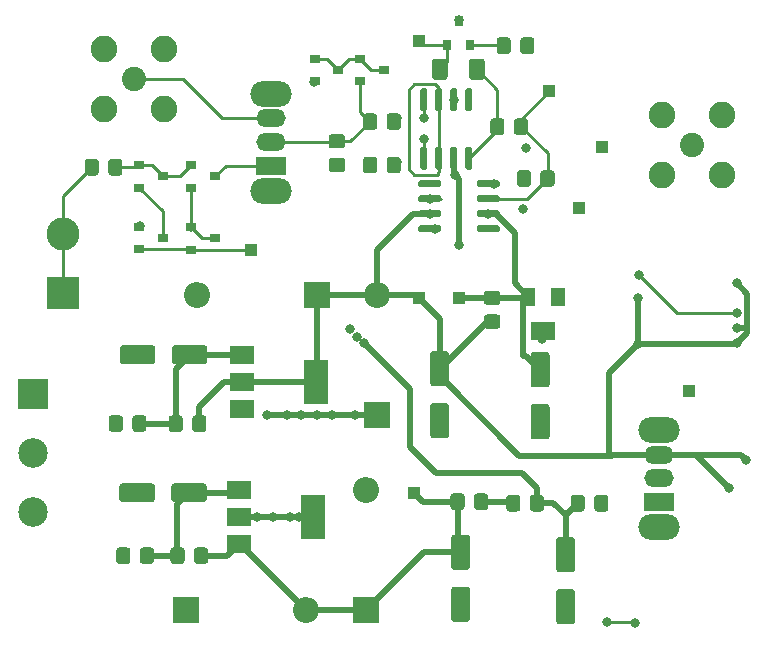
<source format=gbr>
%TF.GenerationSoftware,KiCad,Pcbnew,(5.1.8-0-10_14)*%
%TF.CreationDate,2022-02-24T11:51:05-06:00*%
%TF.ProjectId,SAQ_KiCad_alpha,5341515f-4b69-4436-9164-5f616c706861,rev?*%
%TF.SameCoordinates,Original*%
%TF.FileFunction,Copper,L1,Top*%
%TF.FilePolarity,Positive*%
%FSLAX46Y46*%
G04 Gerber Fmt 4.6, Leading zero omitted, Abs format (unit mm)*
G04 Created by KiCad (PCBNEW (5.1.8-0-10_14)) date 2022-02-24 11:51:05*
%MOMM*%
%LPD*%
G01*
G04 APERTURE LIST*
%TA.AperFunction,ComponentPad*%
%ADD10R,1.000000X1.000000*%
%TD*%
%TA.AperFunction,ComponentPad*%
%ADD11C,2.250000*%
%TD*%
%TA.AperFunction,ComponentPad*%
%ADD12C,2.050000*%
%TD*%
%TA.AperFunction,SMDPad,CuDef*%
%ADD13R,2.000000X1.500000*%
%TD*%
%TA.AperFunction,SMDPad,CuDef*%
%ADD14R,2.000000X3.800000*%
%TD*%
%TA.AperFunction,ComponentPad*%
%ADD15O,3.500000X2.200000*%
%TD*%
%TA.AperFunction,ComponentPad*%
%ADD16O,2.500000X1.500000*%
%TD*%
%TA.AperFunction,ComponentPad*%
%ADD17R,2.500000X1.500000*%
%TD*%
%TA.AperFunction,SMDPad,CuDef*%
%ADD18R,1.300000X1.600000*%
%TD*%
%TA.AperFunction,SMDPad,CuDef*%
%ADD19R,2.000000X1.600000*%
%TD*%
%TA.AperFunction,SMDPad,CuDef*%
%ADD20R,0.800000X0.900000*%
%TD*%
%TA.AperFunction,SMDPad,CuDef*%
%ADD21R,0.900000X0.800000*%
%TD*%
%TA.AperFunction,ComponentPad*%
%ADD22C,2.500000*%
%TD*%
%TA.AperFunction,ComponentPad*%
%ADD23R,2.500000X2.500000*%
%TD*%
%TA.AperFunction,ComponentPad*%
%ADD24C,2.800000*%
%TD*%
%TA.AperFunction,ComponentPad*%
%ADD25R,2.800000X2.800000*%
%TD*%
%TA.AperFunction,ComponentPad*%
%ADD26O,2.200000X2.200000*%
%TD*%
%TA.AperFunction,ComponentPad*%
%ADD27R,2.200000X2.200000*%
%TD*%
%TA.AperFunction,ViaPad*%
%ADD28C,0.800000*%
%TD*%
%TA.AperFunction,Conductor*%
%ADD29C,0.250000*%
%TD*%
%TA.AperFunction,Conductor*%
%ADD30C,0.500000*%
%TD*%
G04 APERTURE END LIST*
D10*
%TO.P,TP5,1*%
%TO.N,CLK*%
X164719000Y-47815500D03*
%TD*%
D11*
%TO.P,J4,2*%
%TO.N,GND*%
X162369500Y-29527500D03*
X162369500Y-24447500D03*
X167449500Y-24447500D03*
X167449500Y-29527500D03*
D12*
%TO.P,J4,1*%
%TO.N,Net-(J4-Pad1)*%
X164909500Y-26987500D03*
%TD*%
D11*
%TO.P,J3,2*%
%TO.N,GND*%
X115189000Y-24003000D03*
X115189000Y-18923000D03*
X120269000Y-18923000D03*
X120269000Y-24003000D03*
D12*
%TO.P,J3,1*%
%TO.N,Net-(J3-Pad1)*%
X117729000Y-21463000D03*
%TD*%
%TO.P,U4,8*%
%TO.N,GND*%
%TA.AperFunction,SMDPad,CuDef*%
G36*
G01*
X143726000Y-33949500D02*
X143726000Y-34249500D01*
G75*
G02*
X143576000Y-34399500I-150000J0D01*
G01*
X141926000Y-34399500D01*
G75*
G02*
X141776000Y-34249500I0J150000D01*
G01*
X141776000Y-33949500D01*
G75*
G02*
X141926000Y-33799500I150000J0D01*
G01*
X143576000Y-33799500D01*
G75*
G02*
X143726000Y-33949500I0J-150000D01*
G01*
G37*
%TD.AperFunction*%
%TO.P,U4,7*%
%TO.N,+3V3*%
%TA.AperFunction,SMDPad,CuDef*%
G36*
G01*
X143726000Y-32679500D02*
X143726000Y-32979500D01*
G75*
G02*
X143576000Y-33129500I-150000J0D01*
G01*
X141926000Y-33129500D01*
G75*
G02*
X141776000Y-32979500I0J150000D01*
G01*
X141776000Y-32679500D01*
G75*
G02*
X141926000Y-32529500I150000J0D01*
G01*
X143576000Y-32529500D01*
G75*
G02*
X143726000Y-32679500I0J-150000D01*
G01*
G37*
%TD.AperFunction*%
%TO.P,U4,6*%
%TO.N,Net-(R16-Pad2)*%
%TA.AperFunction,SMDPad,CuDef*%
G36*
G01*
X143726000Y-31409500D02*
X143726000Y-31709500D01*
G75*
G02*
X143576000Y-31859500I-150000J0D01*
G01*
X141926000Y-31859500D01*
G75*
G02*
X141776000Y-31709500I0J150000D01*
G01*
X141776000Y-31409500D01*
G75*
G02*
X141926000Y-31259500I150000J0D01*
G01*
X143576000Y-31259500D01*
G75*
G02*
X143726000Y-31409500I0J-150000D01*
G01*
G37*
%TD.AperFunction*%
%TO.P,U4,5*%
%TO.N,N/C*%
%TA.AperFunction,SMDPad,CuDef*%
G36*
G01*
X143726000Y-30139500D02*
X143726000Y-30439500D01*
G75*
G02*
X143576000Y-30589500I-150000J0D01*
G01*
X141926000Y-30589500D01*
G75*
G02*
X141776000Y-30439500I0J150000D01*
G01*
X141776000Y-30139500D01*
G75*
G02*
X141926000Y-29989500I150000J0D01*
G01*
X143576000Y-29989500D01*
G75*
G02*
X143726000Y-30139500I0J-150000D01*
G01*
G37*
%TD.AperFunction*%
%TO.P,U4,4*%
%TO.N,GND*%
%TA.AperFunction,SMDPad,CuDef*%
G36*
G01*
X148676000Y-30139500D02*
X148676000Y-30439500D01*
G75*
G02*
X148526000Y-30589500I-150000J0D01*
G01*
X146876000Y-30589500D01*
G75*
G02*
X146726000Y-30439500I0J150000D01*
G01*
X146726000Y-30139500D01*
G75*
G02*
X146876000Y-29989500I150000J0D01*
G01*
X148526000Y-29989500D01*
G75*
G02*
X148676000Y-30139500I0J-150000D01*
G01*
G37*
%TD.AperFunction*%
%TO.P,U4,3*%
%TO.N,Net-(R13-Pad2)*%
%TA.AperFunction,SMDPad,CuDef*%
G36*
G01*
X148676000Y-31409500D02*
X148676000Y-31709500D01*
G75*
G02*
X148526000Y-31859500I-150000J0D01*
G01*
X146876000Y-31859500D01*
G75*
G02*
X146726000Y-31709500I0J150000D01*
G01*
X146726000Y-31409500D01*
G75*
G02*
X146876000Y-31259500I150000J0D01*
G01*
X148526000Y-31259500D01*
G75*
G02*
X148676000Y-31409500I0J-150000D01*
G01*
G37*
%TD.AperFunction*%
%TO.P,U4,2*%
%TO.N,VDD*%
%TA.AperFunction,SMDPad,CuDef*%
G36*
G01*
X148676000Y-32679500D02*
X148676000Y-32979500D01*
G75*
G02*
X148526000Y-33129500I-150000J0D01*
G01*
X146876000Y-33129500D01*
G75*
G02*
X146726000Y-32979500I0J150000D01*
G01*
X146726000Y-32679500D01*
G75*
G02*
X146876000Y-32529500I150000J0D01*
G01*
X148526000Y-32529500D01*
G75*
G02*
X148676000Y-32679500I0J-150000D01*
G01*
G37*
%TD.AperFunction*%
%TO.P,U4,1*%
%TO.N,N/C*%
%TA.AperFunction,SMDPad,CuDef*%
G36*
G01*
X148676000Y-33949500D02*
X148676000Y-34249500D01*
G75*
G02*
X148526000Y-34399500I-150000J0D01*
G01*
X146876000Y-34399500D01*
G75*
G02*
X146726000Y-34249500I0J150000D01*
G01*
X146726000Y-33949500D01*
G75*
G02*
X146876000Y-33799500I150000J0D01*
G01*
X148526000Y-33799500D01*
G75*
G02*
X148676000Y-33949500I0J-150000D01*
G01*
G37*
%TD.AperFunction*%
%TD*%
D10*
%TO.P,TP9,1*%
%TO.N,VEE*%
X127635000Y-35941000D03*
%TD*%
%TO.P,TP8,1*%
%TO.N,VDD*%
X145224500Y-39941500D03*
%TD*%
%TO.P,TP7,1*%
%TO.N,-3V3*%
X141414500Y-56451500D03*
%TD*%
%TO.P,TP6,1*%
%TO.N,+3V3*%
X141795500Y-39941500D03*
%TD*%
%TO.P,TP4,1*%
%TO.N,Net-(R15-Pad2)*%
X157289500Y-27178000D03*
%TD*%
%TO.P,TP3,1*%
%TO.N,Net-(C8-Pad1)*%
X155384500Y-32321500D03*
%TD*%
%TO.P,TP2,1*%
%TO.N,Net-(R13-Pad2)*%
X152844500Y-22479000D03*
%TD*%
%TO.P,TP1,1*%
%TO.N,Net-(C7-Pad1)*%
X141859000Y-18224500D03*
%TD*%
%TO.P,U3,8*%
%TO.N,Net-(C7-Pad1)*%
%TA.AperFunction,SMDPad,CuDef*%
G36*
G01*
X142390000Y-24155500D02*
X142090000Y-24155500D01*
G75*
G02*
X141940000Y-24005500I0J150000D01*
G01*
X141940000Y-22355500D01*
G75*
G02*
X142090000Y-22205500I150000J0D01*
G01*
X142390000Y-22205500D01*
G75*
G02*
X142540000Y-22355500I0J-150000D01*
G01*
X142540000Y-24005500D01*
G75*
G02*
X142390000Y-24155500I-150000J0D01*
G01*
G37*
%TD.AperFunction*%
%TO.P,U3,7*%
%TO.N,N/C*%
%TA.AperFunction,SMDPad,CuDef*%
G36*
G01*
X143660000Y-24155500D02*
X143360000Y-24155500D01*
G75*
G02*
X143210000Y-24005500I0J150000D01*
G01*
X143210000Y-22355500D01*
G75*
G02*
X143360000Y-22205500I150000J0D01*
G01*
X143660000Y-22205500D01*
G75*
G02*
X143810000Y-22355500I0J-150000D01*
G01*
X143810000Y-24005500D01*
G75*
G02*
X143660000Y-24155500I-150000J0D01*
G01*
G37*
%TD.AperFunction*%
%TO.P,U3,6*%
%TO.N,+3V3*%
%TA.AperFunction,SMDPad,CuDef*%
G36*
G01*
X144930000Y-24155500D02*
X144630000Y-24155500D01*
G75*
G02*
X144480000Y-24005500I0J150000D01*
G01*
X144480000Y-22355500D01*
G75*
G02*
X144630000Y-22205500I150000J0D01*
G01*
X144930000Y-22205500D01*
G75*
G02*
X145080000Y-22355500I0J-150000D01*
G01*
X145080000Y-24005500D01*
G75*
G02*
X144930000Y-24155500I-150000J0D01*
G01*
G37*
%TD.AperFunction*%
%TO.P,U3,5*%
%TO.N,N/C*%
%TA.AperFunction,SMDPad,CuDef*%
G36*
G01*
X146200000Y-24155500D02*
X145900000Y-24155500D01*
G75*
G02*
X145750000Y-24005500I0J150000D01*
G01*
X145750000Y-22355500D01*
G75*
G02*
X145900000Y-22205500I150000J0D01*
G01*
X146200000Y-22205500D01*
G75*
G02*
X146350000Y-22355500I0J-150000D01*
G01*
X146350000Y-24005500D01*
G75*
G02*
X146200000Y-24155500I-150000J0D01*
G01*
G37*
%TD.AperFunction*%
%TO.P,U3,4*%
%TO.N,Net-(C7-Pad2)*%
%TA.AperFunction,SMDPad,CuDef*%
G36*
G01*
X146200000Y-29105500D02*
X145900000Y-29105500D01*
G75*
G02*
X145750000Y-28955500I0J150000D01*
G01*
X145750000Y-27305500D01*
G75*
G02*
X145900000Y-27155500I150000J0D01*
G01*
X146200000Y-27155500D01*
G75*
G02*
X146350000Y-27305500I0J-150000D01*
G01*
X146350000Y-28955500D01*
G75*
G02*
X146200000Y-29105500I-150000J0D01*
G01*
G37*
%TD.AperFunction*%
%TO.P,U3,3*%
%TO.N,-3V3*%
%TA.AperFunction,SMDPad,CuDef*%
G36*
G01*
X144930000Y-29105500D02*
X144630000Y-29105500D01*
G75*
G02*
X144480000Y-28955500I0J150000D01*
G01*
X144480000Y-27305500D01*
G75*
G02*
X144630000Y-27155500I150000J0D01*
G01*
X144930000Y-27155500D01*
G75*
G02*
X145080000Y-27305500I0J-150000D01*
G01*
X145080000Y-28955500D01*
G75*
G02*
X144930000Y-29105500I-150000J0D01*
G01*
G37*
%TD.AperFunction*%
%TO.P,U3,2*%
%TO.N,N/C*%
%TA.AperFunction,SMDPad,CuDef*%
G36*
G01*
X143660000Y-29105500D02*
X143360000Y-29105500D01*
G75*
G02*
X143210000Y-28955500I0J150000D01*
G01*
X143210000Y-27305500D01*
G75*
G02*
X143360000Y-27155500I150000J0D01*
G01*
X143660000Y-27155500D01*
G75*
G02*
X143810000Y-27305500I0J-150000D01*
G01*
X143810000Y-28955500D01*
G75*
G02*
X143660000Y-29105500I-150000J0D01*
G01*
G37*
%TD.AperFunction*%
%TO.P,U3,1*%
%TO.N,Net-(R12-Pad2)*%
%TA.AperFunction,SMDPad,CuDef*%
G36*
G01*
X142390000Y-29105500D02*
X142090000Y-29105500D01*
G75*
G02*
X141940000Y-28955500I0J150000D01*
G01*
X141940000Y-27305500D01*
G75*
G02*
X142090000Y-27155500I150000J0D01*
G01*
X142390000Y-27155500D01*
G75*
G02*
X142540000Y-27305500I0J-150000D01*
G01*
X142540000Y-28955500D01*
G75*
G02*
X142390000Y-29105500I-150000J0D01*
G01*
G37*
%TD.AperFunction*%
%TD*%
D13*
%TO.P,U2,1*%
%TO.N,Net-(C2-Pad2)*%
X126580500Y-56183500D03*
%TO.P,U2,3*%
%TO.N,-3V3*%
X126580500Y-60783500D03*
%TO.P,U2,2*%
%TO.N,Net-(D2-Pad2)*%
X126580500Y-58483500D03*
D14*
X132880500Y-58483500D03*
%TD*%
D13*
%TO.P,U1,1*%
%TO.N,Net-(C1-Pad1)*%
X126841720Y-44761120D03*
%TO.P,U1,3*%
%TO.N,Net-(D1-Pad1)*%
X126841720Y-49361120D03*
%TO.P,U1,2*%
%TO.N,+3V3*%
X126841720Y-47061120D03*
D14*
X133141720Y-47061120D03*
%TD*%
D15*
%TO.P,SW2,*%
%TO.N,*%
X162115500Y-51145000D03*
X162115500Y-59345000D03*
D16*
%TO.P,SW2,3*%
%TO.N,+3V3*%
X162115500Y-53245000D03*
%TO.P,SW2,2*%
%TO.N,Net-(SW2-Pad2)*%
X162115500Y-55245000D03*
D17*
%TO.P,SW2,1*%
%TO.N,GND*%
X162115500Y-57245000D03*
%TD*%
D15*
%TO.P,SW1,*%
%TO.N,*%
X129286000Y-22665500D03*
X129286000Y-30865500D03*
D16*
%TO.P,SW1,3*%
%TO.N,Net-(J3-Pad1)*%
X129286000Y-24765500D03*
%TO.P,SW1,2*%
%TO.N,Net-(Q5-Pad2)*%
X129286000Y-26765500D03*
D17*
%TO.P,SW1,1*%
%TO.N,Net-(Q3-Pad3)*%
X129286000Y-28765500D03*
%TD*%
D18*
%TO.P,RV1,3*%
%TO.N,VDD*%
X151086500Y-39888500D03*
D19*
%TO.P,RV1,2*%
%TO.N,GND*%
X152336500Y-42788500D03*
D18*
%TO.P,RV1,1*%
X153586500Y-39888500D03*
%TD*%
%TO.P,R16,2*%
%TO.N,Net-(R16-Pad2)*%
%TA.AperFunction,SMDPad,CuDef*%
G36*
G01*
X151317500Y-29394999D02*
X151317500Y-30295001D01*
G75*
G02*
X151067501Y-30545000I-249999J0D01*
G01*
X150367499Y-30545000D01*
G75*
G02*
X150117500Y-30295001I0J249999D01*
G01*
X150117500Y-29394999D01*
G75*
G02*
X150367499Y-29145000I249999J0D01*
G01*
X151067501Y-29145000D01*
G75*
G02*
X151317500Y-29394999I0J-249999D01*
G01*
G37*
%TD.AperFunction*%
%TO.P,R16,1*%
%TO.N,Net-(R13-Pad2)*%
%TA.AperFunction,SMDPad,CuDef*%
G36*
G01*
X153317500Y-29394999D02*
X153317500Y-30295001D01*
G75*
G02*
X153067501Y-30545000I-249999J0D01*
G01*
X152367499Y-30545000D01*
G75*
G02*
X152117500Y-30295001I0J249999D01*
G01*
X152117500Y-29394999D01*
G75*
G02*
X152367499Y-29145000I249999J0D01*
G01*
X153067501Y-29145000D01*
G75*
G02*
X153317500Y-29394999I0J-249999D01*
G01*
G37*
%TD.AperFunction*%
%TD*%
%TO.P,R14,2*%
%TO.N,Net-(Q7-Pad2)*%
%TA.AperFunction,SMDPad,CuDef*%
G36*
G01*
X149603000Y-18155499D02*
X149603000Y-19055501D01*
G75*
G02*
X149353001Y-19305500I-249999J0D01*
G01*
X148652999Y-19305500D01*
G75*
G02*
X148403000Y-19055501I0J249999D01*
G01*
X148403000Y-18155499D01*
G75*
G02*
X148652999Y-17905500I249999J0D01*
G01*
X149353001Y-17905500D01*
G75*
G02*
X149603000Y-18155499I0J-249999D01*
G01*
G37*
%TD.AperFunction*%
%TO.P,R14,1*%
%TO.N,GND*%
%TA.AperFunction,SMDPad,CuDef*%
G36*
G01*
X151603000Y-18155499D02*
X151603000Y-19055501D01*
G75*
G02*
X151353001Y-19305500I-249999J0D01*
G01*
X150652999Y-19305500D01*
G75*
G02*
X150403000Y-19055501I0J249999D01*
G01*
X150403000Y-18155499D01*
G75*
G02*
X150652999Y-17905500I249999J0D01*
G01*
X151353001Y-17905500D01*
G75*
G02*
X151603000Y-18155499I0J-249999D01*
G01*
G37*
%TD.AperFunction*%
%TD*%
%TO.P,R13,2*%
%TO.N,Net-(R13-Pad2)*%
%TA.AperFunction,SMDPad,CuDef*%
G36*
G01*
X149863000Y-25913501D02*
X149863000Y-25013499D01*
G75*
G02*
X150112999Y-24763500I249999J0D01*
G01*
X150813001Y-24763500D01*
G75*
G02*
X151063000Y-25013499I0J-249999D01*
G01*
X151063000Y-25913501D01*
G75*
G02*
X150813001Y-26163500I-249999J0D01*
G01*
X150112999Y-26163500D01*
G75*
G02*
X149863000Y-25913501I0J249999D01*
G01*
G37*
%TD.AperFunction*%
%TO.P,R13,1*%
%TO.N,Net-(C7-Pad2)*%
%TA.AperFunction,SMDPad,CuDef*%
G36*
G01*
X147863000Y-25913501D02*
X147863000Y-25013499D01*
G75*
G02*
X148112999Y-24763500I249999J0D01*
G01*
X148813001Y-24763500D01*
G75*
G02*
X149063000Y-25013499I0J-249999D01*
G01*
X149063000Y-25913501D01*
G75*
G02*
X148813001Y-26163500I-249999J0D01*
G01*
X148112999Y-26163500D01*
G75*
G02*
X147863000Y-25913501I0J249999D01*
G01*
G37*
%TD.AperFunction*%
%TD*%
%TO.P,R12,2*%
%TO.N,Net-(R12-Pad2)*%
%TA.AperFunction,SMDPad,CuDef*%
G36*
G01*
X139093400Y-29162161D02*
X139093400Y-28262159D01*
G75*
G02*
X139343399Y-28012160I249999J0D01*
G01*
X140043401Y-28012160D01*
G75*
G02*
X140293400Y-28262159I0J-249999D01*
G01*
X140293400Y-29162161D01*
G75*
G02*
X140043401Y-29412160I-249999J0D01*
G01*
X139343399Y-29412160D01*
G75*
G02*
X139093400Y-29162161I0J249999D01*
G01*
G37*
%TD.AperFunction*%
%TO.P,R12,1*%
%TO.N,GND*%
%TA.AperFunction,SMDPad,CuDef*%
G36*
G01*
X137093400Y-29162161D02*
X137093400Y-28262159D01*
G75*
G02*
X137343399Y-28012160I249999J0D01*
G01*
X138043401Y-28012160D01*
G75*
G02*
X138293400Y-28262159I0J-249999D01*
G01*
X138293400Y-29162161D01*
G75*
G02*
X138043401Y-29412160I-249999J0D01*
G01*
X137343399Y-29412160D01*
G75*
G02*
X137093400Y-29162161I0J249999D01*
G01*
G37*
%TD.AperFunction*%
%TD*%
%TO.P,R11,2*%
%TO.N,Net-(C7-Pad1)*%
%TA.AperFunction,SMDPad,CuDef*%
G36*
G01*
X139093400Y-25484241D02*
X139093400Y-24584239D01*
G75*
G02*
X139343399Y-24334240I249999J0D01*
G01*
X140043401Y-24334240D01*
G75*
G02*
X140293400Y-24584239I0J-249999D01*
G01*
X140293400Y-25484241D01*
G75*
G02*
X140043401Y-25734240I-249999J0D01*
G01*
X139343399Y-25734240D01*
G75*
G02*
X139093400Y-25484241I0J249999D01*
G01*
G37*
%TD.AperFunction*%
%TO.P,R11,1*%
%TO.N,Net-(Q5-Pad2)*%
%TA.AperFunction,SMDPad,CuDef*%
G36*
G01*
X137093400Y-25484241D02*
X137093400Y-24584239D01*
G75*
G02*
X137343399Y-24334240I249999J0D01*
G01*
X138043401Y-24334240D01*
G75*
G02*
X138293400Y-24584239I0J-249999D01*
G01*
X138293400Y-25484241D01*
G75*
G02*
X138043401Y-25734240I-249999J0D01*
G01*
X137343399Y-25734240D01*
G75*
G02*
X137093400Y-25484241I0J249999D01*
G01*
G37*
%TD.AperFunction*%
%TD*%
%TO.P,R10,2*%
%TO.N,Net-(Q5-Pad2)*%
%TA.AperFunction,SMDPad,CuDef*%
G36*
G01*
X135324001Y-27302000D02*
X134423999Y-27302000D01*
G75*
G02*
X134174000Y-27052001I0J249999D01*
G01*
X134174000Y-26351999D01*
G75*
G02*
X134423999Y-26102000I249999J0D01*
G01*
X135324001Y-26102000D01*
G75*
G02*
X135574000Y-26351999I0J-249999D01*
G01*
X135574000Y-27052001D01*
G75*
G02*
X135324001Y-27302000I-249999J0D01*
G01*
G37*
%TD.AperFunction*%
%TO.P,R10,1*%
%TO.N,GND*%
%TA.AperFunction,SMDPad,CuDef*%
G36*
G01*
X135324001Y-29302000D02*
X134423999Y-29302000D01*
G75*
G02*
X134174000Y-29052001I0J249999D01*
G01*
X134174000Y-28351999D01*
G75*
G02*
X134423999Y-28102000I249999J0D01*
G01*
X135324001Y-28102000D01*
G75*
G02*
X135574000Y-28351999I0J-249999D01*
G01*
X135574000Y-29052001D01*
G75*
G02*
X135324001Y-29302000I-249999J0D01*
G01*
G37*
%TD.AperFunction*%
%TD*%
%TO.P,R9,2*%
%TO.N,VEE*%
%TA.AperFunction,SMDPad,CuDef*%
G36*
G01*
X155873500Y-56890499D02*
X155873500Y-57790501D01*
G75*
G02*
X155623501Y-58040500I-249999J0D01*
G01*
X154923499Y-58040500D01*
G75*
G02*
X154673500Y-57790501I0J249999D01*
G01*
X154673500Y-56890499D01*
G75*
G02*
X154923499Y-56640500I249999J0D01*
G01*
X155623501Y-56640500D01*
G75*
G02*
X155873500Y-56890499I0J-249999D01*
G01*
G37*
%TD.AperFunction*%
%TO.P,R9,1*%
%TO.N,GND*%
%TA.AperFunction,SMDPad,CuDef*%
G36*
G01*
X157873500Y-56890499D02*
X157873500Y-57790501D01*
G75*
G02*
X157623501Y-58040500I-249999J0D01*
G01*
X156923499Y-58040500D01*
G75*
G02*
X156673500Y-57790501I0J249999D01*
G01*
X156673500Y-56890499D01*
G75*
G02*
X156923499Y-56640500I249999J0D01*
G01*
X157623501Y-56640500D01*
G75*
G02*
X157873500Y-56890499I0J-249999D01*
G01*
G37*
%TD.AperFunction*%
%TD*%
%TO.P,R8,2*%
%TO.N,Net-(R6-Pad1)*%
%TA.AperFunction,SMDPad,CuDef*%
G36*
G01*
X150412500Y-56890499D02*
X150412500Y-57790501D01*
G75*
G02*
X150162501Y-58040500I-249999J0D01*
G01*
X149462499Y-58040500D01*
G75*
G02*
X149212500Y-57790501I0J249999D01*
G01*
X149212500Y-56890499D01*
G75*
G02*
X149462499Y-56640500I249999J0D01*
G01*
X150162501Y-56640500D01*
G75*
G02*
X150412500Y-56890499I0J-249999D01*
G01*
G37*
%TD.AperFunction*%
%TO.P,R8,1*%
%TO.N,VEE*%
%TA.AperFunction,SMDPad,CuDef*%
G36*
G01*
X152412500Y-56890499D02*
X152412500Y-57790501D01*
G75*
G02*
X152162501Y-58040500I-249999J0D01*
G01*
X151462499Y-58040500D01*
G75*
G02*
X151212500Y-57790501I0J249999D01*
G01*
X151212500Y-56890499D01*
G75*
G02*
X151462499Y-56640500I249999J0D01*
G01*
X152162501Y-56640500D01*
G75*
G02*
X152412500Y-56890499I0J-249999D01*
G01*
G37*
%TD.AperFunction*%
%TD*%
%TO.P,R7,2*%
%TO.N,+3V3*%
%TA.AperFunction,SMDPad,CuDef*%
G36*
G01*
X147568499Y-41357500D02*
X148468501Y-41357500D01*
G75*
G02*
X148718500Y-41607499I0J-249999D01*
G01*
X148718500Y-42307501D01*
G75*
G02*
X148468501Y-42557500I-249999J0D01*
G01*
X147568499Y-42557500D01*
G75*
G02*
X147318500Y-42307501I0J249999D01*
G01*
X147318500Y-41607499D01*
G75*
G02*
X147568499Y-41357500I249999J0D01*
G01*
G37*
%TD.AperFunction*%
%TO.P,R7,1*%
%TO.N,VDD*%
%TA.AperFunction,SMDPad,CuDef*%
G36*
G01*
X147568499Y-39357500D02*
X148468501Y-39357500D01*
G75*
G02*
X148718500Y-39607499I0J-249999D01*
G01*
X148718500Y-40307501D01*
G75*
G02*
X148468501Y-40557500I-249999J0D01*
G01*
X147568499Y-40557500D01*
G75*
G02*
X147318500Y-40307501I0J249999D01*
G01*
X147318500Y-39607499D01*
G75*
G02*
X147568499Y-39357500I249999J0D01*
G01*
G37*
%TD.AperFunction*%
%TD*%
%TO.P,R6,2*%
%TO.N,-3V3*%
%TA.AperFunction,SMDPad,CuDef*%
G36*
G01*
X145697500Y-56763499D02*
X145697500Y-57663501D01*
G75*
G02*
X145447501Y-57913500I-249999J0D01*
G01*
X144747499Y-57913500D01*
G75*
G02*
X144497500Y-57663501I0J249999D01*
G01*
X144497500Y-56763499D01*
G75*
G02*
X144747499Y-56513500I249999J0D01*
G01*
X145447501Y-56513500D01*
G75*
G02*
X145697500Y-56763499I0J-249999D01*
G01*
G37*
%TD.AperFunction*%
%TO.P,R6,1*%
%TO.N,Net-(R6-Pad1)*%
%TA.AperFunction,SMDPad,CuDef*%
G36*
G01*
X147697500Y-56763499D02*
X147697500Y-57663501D01*
G75*
G02*
X147447501Y-57913500I-249999J0D01*
G01*
X146747499Y-57913500D01*
G75*
G02*
X146497500Y-57663501I0J249999D01*
G01*
X146497500Y-56763499D01*
G75*
G02*
X146747499Y-56513500I249999J0D01*
G01*
X147447501Y-56513500D01*
G75*
G02*
X147697500Y-56763499I0J-249999D01*
G01*
G37*
%TD.AperFunction*%
%TD*%
%TO.P,R5,2*%
%TO.N,-3V3*%
%TA.AperFunction,SMDPad,CuDef*%
G36*
G01*
X122780500Y-62235501D02*
X122780500Y-61335499D01*
G75*
G02*
X123030499Y-61085500I249999J0D01*
G01*
X123730501Y-61085500D01*
G75*
G02*
X123980500Y-61335499I0J-249999D01*
G01*
X123980500Y-62235501D01*
G75*
G02*
X123730501Y-62485500I-249999J0D01*
G01*
X123030499Y-62485500D01*
G75*
G02*
X122780500Y-62235501I0J249999D01*
G01*
G37*
%TD.AperFunction*%
%TO.P,R5,1*%
%TO.N,Net-(C2-Pad2)*%
%TA.AperFunction,SMDPad,CuDef*%
G36*
G01*
X120780500Y-62235501D02*
X120780500Y-61335499D01*
G75*
G02*
X121030499Y-61085500I249999J0D01*
G01*
X121730501Y-61085500D01*
G75*
G02*
X121980500Y-61335499I0J-249999D01*
G01*
X121980500Y-62235501D01*
G75*
G02*
X121730501Y-62485500I-249999J0D01*
G01*
X121030499Y-62485500D01*
G75*
G02*
X120780500Y-62235501I0J249999D01*
G01*
G37*
%TD.AperFunction*%
%TD*%
%TO.P,R4,2*%
%TO.N,Net-(C1-Pad1)*%
%TA.AperFunction,SMDPad,CuDef*%
G36*
G01*
X121837500Y-50159499D02*
X121837500Y-51059501D01*
G75*
G02*
X121587501Y-51309500I-249999J0D01*
G01*
X120887499Y-51309500D01*
G75*
G02*
X120637500Y-51059501I0J249999D01*
G01*
X120637500Y-50159499D01*
G75*
G02*
X120887499Y-49909500I249999J0D01*
G01*
X121587501Y-49909500D01*
G75*
G02*
X121837500Y-50159499I0J-249999D01*
G01*
G37*
%TD.AperFunction*%
%TO.P,R4,1*%
%TO.N,+3V3*%
%TA.AperFunction,SMDPad,CuDef*%
G36*
G01*
X123837500Y-50159499D02*
X123837500Y-51059501D01*
G75*
G02*
X123587501Y-51309500I-249999J0D01*
G01*
X122887499Y-51309500D01*
G75*
G02*
X122637500Y-51059501I0J249999D01*
G01*
X122637500Y-50159499D01*
G75*
G02*
X122887499Y-49909500I249999J0D01*
G01*
X123587501Y-49909500D01*
G75*
G02*
X123837500Y-50159499I0J-249999D01*
G01*
G37*
%TD.AperFunction*%
%TD*%
%TO.P,R3,2*%
%TO.N,Net-(C2-Pad2)*%
%TA.AperFunction,SMDPad,CuDef*%
G36*
G01*
X118192500Y-62235501D02*
X118192500Y-61335499D01*
G75*
G02*
X118442499Y-61085500I249999J0D01*
G01*
X119142501Y-61085500D01*
G75*
G02*
X119392500Y-61335499I0J-249999D01*
G01*
X119392500Y-62235501D01*
G75*
G02*
X119142501Y-62485500I-249999J0D01*
G01*
X118442499Y-62485500D01*
G75*
G02*
X118192500Y-62235501I0J249999D01*
G01*
G37*
%TD.AperFunction*%
%TO.P,R3,1*%
%TO.N,GND*%
%TA.AperFunction,SMDPad,CuDef*%
G36*
G01*
X116192500Y-62235501D02*
X116192500Y-61335499D01*
G75*
G02*
X116442499Y-61085500I249999J0D01*
G01*
X117142501Y-61085500D01*
G75*
G02*
X117392500Y-61335499I0J-249999D01*
G01*
X117392500Y-62235501D01*
G75*
G02*
X117142501Y-62485500I-249999J0D01*
G01*
X116442499Y-62485500D01*
G75*
G02*
X116192500Y-62235501I0J249999D01*
G01*
G37*
%TD.AperFunction*%
%TD*%
%TO.P,R2,2*%
%TO.N,GND*%
%TA.AperFunction,SMDPad,CuDef*%
G36*
G01*
X116757500Y-50143499D02*
X116757500Y-51043501D01*
G75*
G02*
X116507501Y-51293500I-249999J0D01*
G01*
X115807499Y-51293500D01*
G75*
G02*
X115557500Y-51043501I0J249999D01*
G01*
X115557500Y-50143499D01*
G75*
G02*
X115807499Y-49893500I249999J0D01*
G01*
X116507501Y-49893500D01*
G75*
G02*
X116757500Y-50143499I0J-249999D01*
G01*
G37*
%TD.AperFunction*%
%TO.P,R2,1*%
%TO.N,Net-(C1-Pad1)*%
%TA.AperFunction,SMDPad,CuDef*%
G36*
G01*
X118757500Y-50143499D02*
X118757500Y-51043501D01*
G75*
G02*
X118507501Y-51293500I-249999J0D01*
G01*
X117807499Y-51293500D01*
G75*
G02*
X117557500Y-51043501I0J249999D01*
G01*
X117557500Y-50143499D01*
G75*
G02*
X117807499Y-49893500I249999J0D01*
G01*
X118507501Y-49893500D01*
G75*
G02*
X118757500Y-50143499I0J-249999D01*
G01*
G37*
%TD.AperFunction*%
%TD*%
%TO.P,R1,2*%
%TO.N,Net-(J1-Pad1)*%
%TA.AperFunction,SMDPad,CuDef*%
G36*
G01*
X114725500Y-28442499D02*
X114725500Y-29342501D01*
G75*
G02*
X114475501Y-29592500I-249999J0D01*
G01*
X113775499Y-29592500D01*
G75*
G02*
X113525500Y-29342501I0J249999D01*
G01*
X113525500Y-28442499D01*
G75*
G02*
X113775499Y-28192500I249999J0D01*
G01*
X114475501Y-28192500D01*
G75*
G02*
X114725500Y-28442499I0J-249999D01*
G01*
G37*
%TD.AperFunction*%
%TO.P,R1,1*%
%TO.N,Net-(Q1-Pad1)*%
%TA.AperFunction,SMDPad,CuDef*%
G36*
G01*
X116725500Y-28442499D02*
X116725500Y-29342501D01*
G75*
G02*
X116475501Y-29592500I-249999J0D01*
G01*
X115775499Y-29592500D01*
G75*
G02*
X115525500Y-29342501I0J249999D01*
G01*
X115525500Y-28442499D01*
G75*
G02*
X115775499Y-28192500I249999J0D01*
G01*
X116475501Y-28192500D01*
G75*
G02*
X116725500Y-28442499I0J-249999D01*
G01*
G37*
%TD.AperFunction*%
%TD*%
D20*
%TO.P,Q7,3*%
%TO.N,Net-(Q7-Pad3)*%
X145177000Y-16528500D03*
%TO.P,Q7,2*%
%TO.N,Net-(Q7-Pad2)*%
X146127000Y-18528500D03*
%TO.P,Q7,1*%
%TO.N,Net-(C7-Pad1)*%
X144227000Y-18528500D03*
%TD*%
D21*
%TO.P,Q6,3*%
%TO.N,Net-(Q5-Pad1)*%
X134985000Y-20637500D03*
%TO.P,Q6,2*%
%TO.N,GND*%
X132985000Y-21587500D03*
%TO.P,Q6,1*%
%TO.N,Net-(Q5-Pad1)*%
X132985000Y-19687500D03*
%TD*%
%TO.P,Q5,3*%
%TO.N,Net-(Q5-Pad1)*%
X138858500Y-20637500D03*
%TO.P,Q5,2*%
%TO.N,Net-(Q5-Pad2)*%
X136858500Y-21587500D03*
%TO.P,Q5,1*%
%TO.N,Net-(Q5-Pad1)*%
X136858500Y-19687500D03*
%TD*%
%TO.P,Q4,3*%
%TO.N,Net-(Q2-Pad1)*%
X124550680Y-34925000D03*
%TO.P,Q4,2*%
%TO.N,VEE*%
X122550680Y-35875000D03*
%TO.P,Q4,1*%
%TO.N,Net-(Q2-Pad1)*%
X122550680Y-33975000D03*
%TD*%
%TO.P,Q3,3*%
%TO.N,Net-(Q3-Pad3)*%
X124550680Y-29667200D03*
%TO.P,Q3,2*%
%TO.N,Net-(Q2-Pad1)*%
X122550680Y-30617200D03*
%TO.P,Q3,1*%
%TO.N,Net-(Q1-Pad1)*%
X122550680Y-28717200D03*
%TD*%
%TO.P,Q2,3*%
%TO.N,Net-(Q1-Pad2)*%
X120151400Y-34891980D03*
%TO.P,Q2,2*%
%TO.N,VEE*%
X118151400Y-35841980D03*
%TO.P,Q2,1*%
%TO.N,Net-(Q2-Pad1)*%
X118151400Y-33941980D03*
%TD*%
%TO.P,Q1,3*%
%TO.N,Net-(Q1-Pad1)*%
X120151400Y-29667200D03*
%TO.P,Q1,2*%
%TO.N,Net-(Q1-Pad2)*%
X118151400Y-30617200D03*
%TO.P,Q1,1*%
%TO.N,Net-(Q1-Pad1)*%
X118151400Y-28717200D03*
%TD*%
D22*
%TO.P,J2,3*%
%TO.N,Net-(D2-Pad2)*%
X109156500Y-58102500D03*
%TO.P,J2,2*%
%TO.N,GND*%
X109156500Y-53102500D03*
D23*
%TO.P,J2,1*%
%TO.N,Net-(D1-Pad1)*%
X109156500Y-48102500D03*
%TD*%
D24*
%TO.P,J1,2*%
%TO.N,Net-(J1-Pad1)*%
X111696500Y-34560500D03*
D25*
%TO.P,J1,1*%
X111696500Y-39560500D03*
%TD*%
D26*
%TO.P,D4,2*%
%TO.N,-3V3*%
X132270500Y-66357500D03*
D27*
%TO.P,D4,1*%
%TO.N,GND*%
X122110500Y-66357500D03*
%TD*%
D26*
%TO.P,D3,2*%
%TO.N,GND*%
X122999500Y-39687500D03*
D27*
%TO.P,D3,1*%
%TO.N,+3V3*%
X133159500Y-39687500D03*
%TD*%
D26*
%TO.P,D2,2*%
%TO.N,Net-(D2-Pad2)*%
X137350500Y-56197500D03*
D27*
%TO.P,D2,1*%
%TO.N,-3V3*%
X137350500Y-66357500D03*
%TD*%
D26*
%TO.P,D1,2*%
%TO.N,+3V3*%
X138239500Y-39687500D03*
D27*
%TO.P,D1,1*%
%TO.N,Net-(D1-Pad1)*%
X138239500Y-49847500D03*
%TD*%
%TO.P,C7,2*%
%TO.N,Net-(C7-Pad2)*%
%TA.AperFunction,SMDPad,CuDef*%
G36*
G01*
X146061000Y-21249003D02*
X146061000Y-19948997D01*
G75*
G02*
X146310997Y-19699000I249997J0D01*
G01*
X147136003Y-19699000D01*
G75*
G02*
X147386000Y-19948997I0J-249997D01*
G01*
X147386000Y-21249003D01*
G75*
G02*
X147136003Y-21499000I-249997J0D01*
G01*
X146310997Y-21499000D01*
G75*
G02*
X146061000Y-21249003I0J249997D01*
G01*
G37*
%TD.AperFunction*%
%TO.P,C7,1*%
%TO.N,Net-(C7-Pad1)*%
%TA.AperFunction,SMDPad,CuDef*%
G36*
G01*
X142936000Y-21249003D02*
X142936000Y-19948997D01*
G75*
G02*
X143185997Y-19699000I249997J0D01*
G01*
X144011003Y-19699000D01*
G75*
G02*
X144261000Y-19948997I0J-249997D01*
G01*
X144261000Y-21249003D01*
G75*
G02*
X144011003Y-21499000I-249997J0D01*
G01*
X143185997Y-21499000D01*
G75*
G02*
X142936000Y-21249003I0J249997D01*
G01*
G37*
%TD.AperFunction*%
%TD*%
%TO.P,C6,2*%
%TO.N,VEE*%
%TA.AperFunction,SMDPad,CuDef*%
G36*
G01*
X154791500Y-63203500D02*
X153691500Y-63203500D01*
G75*
G02*
X153441500Y-62953500I0J250000D01*
G01*
X153441500Y-60453500D01*
G75*
G02*
X153691500Y-60203500I250000J0D01*
G01*
X154791500Y-60203500D01*
G75*
G02*
X155041500Y-60453500I0J-250000D01*
G01*
X155041500Y-62953500D01*
G75*
G02*
X154791500Y-63203500I-250000J0D01*
G01*
G37*
%TD.AperFunction*%
%TO.P,C6,1*%
%TO.N,GND*%
%TA.AperFunction,SMDPad,CuDef*%
G36*
G01*
X154791500Y-67603500D02*
X153691500Y-67603500D01*
G75*
G02*
X153441500Y-67353500I0J250000D01*
G01*
X153441500Y-64853500D01*
G75*
G02*
X153691500Y-64603500I250000J0D01*
G01*
X154791500Y-64603500D01*
G75*
G02*
X155041500Y-64853500I0J-250000D01*
G01*
X155041500Y-67353500D01*
G75*
G02*
X154791500Y-67603500I-250000J0D01*
G01*
G37*
%TD.AperFunction*%
%TD*%
%TO.P,C5,2*%
%TO.N,GND*%
%TA.AperFunction,SMDPad,CuDef*%
G36*
G01*
X151532500Y-48937500D02*
X152632500Y-48937500D01*
G75*
G02*
X152882500Y-49187500I0J-250000D01*
G01*
X152882500Y-51687500D01*
G75*
G02*
X152632500Y-51937500I-250000J0D01*
G01*
X151532500Y-51937500D01*
G75*
G02*
X151282500Y-51687500I0J250000D01*
G01*
X151282500Y-49187500D01*
G75*
G02*
X151532500Y-48937500I250000J0D01*
G01*
G37*
%TD.AperFunction*%
%TO.P,C5,1*%
%TO.N,VDD*%
%TA.AperFunction,SMDPad,CuDef*%
G36*
G01*
X151532500Y-44537500D02*
X152632500Y-44537500D01*
G75*
G02*
X152882500Y-44787500I0J-250000D01*
G01*
X152882500Y-47287500D01*
G75*
G02*
X152632500Y-47537500I-250000J0D01*
G01*
X151532500Y-47537500D01*
G75*
G02*
X151282500Y-47287500I0J250000D01*
G01*
X151282500Y-44787500D01*
G75*
G02*
X151532500Y-44537500I250000J0D01*
G01*
G37*
%TD.AperFunction*%
%TD*%
%TO.P,C4,2*%
%TO.N,-3V3*%
%TA.AperFunction,SMDPad,CuDef*%
G36*
G01*
X145901500Y-62990500D02*
X144801500Y-62990500D01*
G75*
G02*
X144551500Y-62740500I0J250000D01*
G01*
X144551500Y-60240500D01*
G75*
G02*
X144801500Y-59990500I250000J0D01*
G01*
X145901500Y-59990500D01*
G75*
G02*
X146151500Y-60240500I0J-250000D01*
G01*
X146151500Y-62740500D01*
G75*
G02*
X145901500Y-62990500I-250000J0D01*
G01*
G37*
%TD.AperFunction*%
%TO.P,C4,1*%
%TO.N,GND*%
%TA.AperFunction,SMDPad,CuDef*%
G36*
G01*
X145901500Y-67390500D02*
X144801500Y-67390500D01*
G75*
G02*
X144551500Y-67140500I0J250000D01*
G01*
X144551500Y-64640500D01*
G75*
G02*
X144801500Y-64390500I250000J0D01*
G01*
X145901500Y-64390500D01*
G75*
G02*
X146151500Y-64640500I0J-250000D01*
G01*
X146151500Y-67140500D01*
G75*
G02*
X145901500Y-67390500I-250000J0D01*
G01*
G37*
%TD.AperFunction*%
%TD*%
%TO.P,C3,2*%
%TO.N,GND*%
%TA.AperFunction,SMDPad,CuDef*%
G36*
G01*
X143023500Y-48855500D02*
X144123500Y-48855500D01*
G75*
G02*
X144373500Y-49105500I0J-250000D01*
G01*
X144373500Y-51605500D01*
G75*
G02*
X144123500Y-51855500I-250000J0D01*
G01*
X143023500Y-51855500D01*
G75*
G02*
X142773500Y-51605500I0J250000D01*
G01*
X142773500Y-49105500D01*
G75*
G02*
X143023500Y-48855500I250000J0D01*
G01*
G37*
%TD.AperFunction*%
%TO.P,C3,1*%
%TO.N,+3V3*%
%TA.AperFunction,SMDPad,CuDef*%
G36*
G01*
X143023500Y-44455500D02*
X144123500Y-44455500D01*
G75*
G02*
X144373500Y-44705500I0J-250000D01*
G01*
X144373500Y-47205500D01*
G75*
G02*
X144123500Y-47455500I-250000J0D01*
G01*
X143023500Y-47455500D01*
G75*
G02*
X142773500Y-47205500I0J250000D01*
G01*
X142773500Y-44705500D01*
G75*
G02*
X143023500Y-44455500I250000J0D01*
G01*
G37*
%TD.AperFunction*%
%TD*%
%TO.P,C2,2*%
%TO.N,Net-(C2-Pad2)*%
%TA.AperFunction,SMDPad,CuDef*%
G36*
G01*
X120864500Y-57001500D02*
X120864500Y-55901500D01*
G75*
G02*
X121114500Y-55651500I250000J0D01*
G01*
X123614500Y-55651500D01*
G75*
G02*
X123864500Y-55901500I0J-250000D01*
G01*
X123864500Y-57001500D01*
G75*
G02*
X123614500Y-57251500I-250000J0D01*
G01*
X121114500Y-57251500D01*
G75*
G02*
X120864500Y-57001500I0J250000D01*
G01*
G37*
%TD.AperFunction*%
%TO.P,C2,1*%
%TO.N,GND*%
%TA.AperFunction,SMDPad,CuDef*%
G36*
G01*
X116464500Y-57001500D02*
X116464500Y-55901500D01*
G75*
G02*
X116714500Y-55651500I250000J0D01*
G01*
X119214500Y-55651500D01*
G75*
G02*
X119464500Y-55901500I0J-250000D01*
G01*
X119464500Y-57001500D01*
G75*
G02*
X119214500Y-57251500I-250000J0D01*
G01*
X116714500Y-57251500D01*
G75*
G02*
X116464500Y-57001500I0J250000D01*
G01*
G37*
%TD.AperFunction*%
%TD*%
%TO.P,C1,2*%
%TO.N,GND*%
%TA.AperFunction,SMDPad,CuDef*%
G36*
G01*
X119505500Y-44217500D02*
X119505500Y-45317500D01*
G75*
G02*
X119255500Y-45567500I-250000J0D01*
G01*
X116755500Y-45567500D01*
G75*
G02*
X116505500Y-45317500I0J250000D01*
G01*
X116505500Y-44217500D01*
G75*
G02*
X116755500Y-43967500I250000J0D01*
G01*
X119255500Y-43967500D01*
G75*
G02*
X119505500Y-44217500I0J-250000D01*
G01*
G37*
%TD.AperFunction*%
%TO.P,C1,1*%
%TO.N,Net-(C1-Pad1)*%
%TA.AperFunction,SMDPad,CuDef*%
G36*
G01*
X123905500Y-44217500D02*
X123905500Y-45317500D01*
G75*
G02*
X123655500Y-45567500I-250000J0D01*
G01*
X121155500Y-45567500D01*
G75*
G02*
X120905500Y-45317500I0J250000D01*
G01*
X120905500Y-44217500D01*
G75*
G02*
X121155500Y-43967500I250000J0D01*
G01*
X123655500Y-43967500D01*
G75*
G02*
X123905500Y-44217500I0J-250000D01*
G01*
G37*
%TD.AperFunction*%
%TD*%
D28*
%TO.N,GND*%
X118491000Y-56324500D03*
X117284500Y-56324500D03*
X150876000Y-27305000D03*
X148209000Y-30289500D03*
X152146000Y-49657000D03*
X143510000Y-49403000D03*
X157353000Y-57213500D03*
X116840000Y-61785500D03*
X145288000Y-66611500D03*
X145415000Y-65151000D03*
X154368500Y-66675000D03*
X154368500Y-65468500D03*
X134874000Y-28702000D03*
X137604500Y-28765500D03*
X143192500Y-34099500D03*
X151066500Y-18859500D03*
X132905500Y-21653500D03*
X118173500Y-44767500D03*
X116141500Y-50673000D03*
X143573500Y-50546000D03*
X152146000Y-50673000D03*
X152209500Y-43434000D03*
X153797000Y-39814500D03*
X157734000Y-67437000D03*
X160083500Y-67500500D03*
%TO.N,+3V3*%
X169481500Y-53657500D03*
X160337500Y-39941500D03*
X168783000Y-43815000D03*
X168719500Y-38735000D03*
X168084500Y-56070500D03*
X160401000Y-43878500D03*
X168783000Y-42545000D03*
X143573500Y-46609000D03*
X142748000Y-32829500D03*
X143573500Y-45275500D03*
X144780000Y-23241000D03*
%TO.N,-3V3*%
X144843500Y-29527500D03*
X145224500Y-35496500D03*
%TO.N,VDD*%
X147701000Y-32893000D03*
%TO.N,VEE*%
X135953500Y-42608500D03*
X136620250Y-43275250D03*
X137160000Y-43815000D03*
%TO.N,Net-(C7-Pad1)*%
X142240000Y-24765000D03*
X139954000Y-24701500D03*
X143637000Y-20637500D03*
%TO.N,Net-(D1-Pad1)*%
X136398000Y-49847500D03*
X134493000Y-49847500D03*
X133223000Y-49847500D03*
X131826000Y-49847500D03*
X130619500Y-49847500D03*
X128968500Y-49847500D03*
X127100550Y-49619950D03*
%TO.N,Net-(D2-Pad2)*%
X133032500Y-59753500D03*
X132715000Y-57277000D03*
X126580500Y-58483500D03*
X128143000Y-58483500D03*
X129476500Y-58483500D03*
X130873500Y-58483500D03*
X131699000Y-58483500D03*
X132924750Y-58439250D03*
%TO.N,Net-(Q2-Pad1)*%
X118173500Y-33909000D03*
X122550680Y-33975000D03*
%TO.N,Net-(Q7-Pad3)*%
X145224500Y-16446500D03*
%TO.N,Net-(R12-Pad2)*%
X142240000Y-26543000D03*
X139955780Y-28449780D03*
%TO.N,Net-(R15-Pad2)*%
X168783000Y-41275000D03*
X160422250Y-38015250D03*
%TO.N,Net-(R16-Pad2)*%
X150622000Y-29908500D03*
X150622000Y-32448500D03*
X142751000Y-31559500D03*
%TD*%
D29*
%TO.N,*%
X143510000Y-29083000D02*
X143510000Y-22352000D01*
X143510000Y-22205500D02*
X143510000Y-23180500D01*
X143510000Y-28130500D02*
X143510000Y-29273500D01*
X143446500Y-29527500D02*
X141414500Y-29527500D01*
X140970000Y-29083000D02*
X140970000Y-22352000D01*
X140970000Y-22352000D02*
X141441510Y-21880490D01*
X141441510Y-21880490D02*
X143184990Y-21880490D01*
X143184990Y-21880490D02*
X143510000Y-22205500D01*
X141414500Y-29527500D02*
X140970000Y-29083000D01*
X143510000Y-29273500D02*
X143446500Y-29337000D01*
X143446500Y-29337000D02*
X143446500Y-29527500D01*
%TO.N,GND*%
X160020000Y-67437000D02*
X160083500Y-67500500D01*
X157734000Y-67437000D02*
X160020000Y-67437000D01*
D30*
%TO.N,Net-(C1-Pad1)*%
X121221500Y-50593500D02*
X121237500Y-50609500D01*
X118157500Y-50593500D02*
X121221500Y-50593500D01*
X126835340Y-44767500D02*
X126841720Y-44761120D01*
X122405500Y-44767500D02*
X126835340Y-44767500D01*
X121237500Y-45935500D02*
X122405500Y-44767500D01*
X121237500Y-50609500D02*
X121237500Y-45935500D01*
%TO.N,Net-(C2-Pad2)*%
X121380500Y-61785500D02*
X118792500Y-61785500D01*
X121380500Y-57435500D02*
X122364500Y-56451500D01*
X121380500Y-61785500D02*
X121380500Y-57435500D01*
X126312500Y-56451500D02*
X126580500Y-56183500D01*
X122364500Y-56451500D02*
X126312500Y-56451500D01*
%TO.N,+3V3*%
X147571500Y-41957500D02*
X148018500Y-41957500D01*
X143573500Y-45955500D02*
X147571500Y-41957500D01*
X143573500Y-41719500D02*
X141795500Y-39941500D01*
X143573500Y-45955500D02*
X143573500Y-45275500D01*
X126841720Y-47061120D02*
X133141720Y-47061120D01*
X133159500Y-47043340D02*
X133141720Y-47061120D01*
X133159500Y-39687500D02*
X133159500Y-47043340D01*
X133159500Y-39687500D02*
X138239500Y-39687500D01*
X141541500Y-39687500D02*
X141795500Y-39941500D01*
X138239500Y-39687500D02*
X141541500Y-39687500D01*
X125341720Y-47061120D02*
X123237500Y-49165340D01*
X123237500Y-49165340D02*
X123237500Y-50609500D01*
X126841720Y-47061120D02*
X125341720Y-47061120D01*
X138239500Y-36772315D02*
X138239500Y-39687500D01*
X142748000Y-32829500D02*
X142182315Y-32829500D01*
X143573500Y-45275500D02*
X143573500Y-41719500D01*
X143573500Y-46609000D02*
X150304500Y-53340000D01*
X142748000Y-32829500D02*
X141351000Y-32829500D01*
X138239500Y-35941000D02*
X138239500Y-36772315D01*
X141351000Y-32829500D02*
X138239500Y-35941000D01*
X169633001Y-42964999D02*
X168783000Y-43815000D01*
X168719500Y-38735000D02*
X169633001Y-39648501D01*
X168783000Y-42545000D02*
X169481500Y-42545000D01*
X169481500Y-42545000D02*
X169633001Y-42393499D01*
X169633001Y-42393499D02*
X169633001Y-42964999D01*
X169633001Y-39648501D02*
X169633001Y-42393499D01*
X168719500Y-43878500D02*
X168783000Y-43815000D01*
X160401000Y-43878500D02*
X168719500Y-43878500D01*
X160337500Y-43815000D02*
X160401000Y-43878500D01*
X160337500Y-39941500D02*
X160337500Y-43815000D01*
X162115500Y-53245000D02*
X158019500Y-53245000D01*
X158019500Y-53245000D02*
X157924500Y-53340000D01*
X157924500Y-53340000D02*
X158178500Y-53340000D01*
X150304500Y-53340000D02*
X157924500Y-53340000D01*
X165259000Y-53245000D02*
X168084500Y-56070500D01*
X162115500Y-53245000D02*
X165259000Y-53245000D01*
X169069000Y-53245000D02*
X169481500Y-53657500D01*
X165259000Y-53245000D02*
X169069000Y-53245000D01*
X157924500Y-46355000D02*
X160401000Y-43878500D01*
X157924500Y-53340000D02*
X157924500Y-46355000D01*
%TO.N,-3V3*%
X125578500Y-61785500D02*
X126580500Y-60783500D01*
X123380500Y-61785500D02*
X125578500Y-61785500D01*
X126696500Y-60783500D02*
X132270500Y-66357500D01*
X126580500Y-60783500D02*
X126696500Y-60783500D01*
X132270500Y-66357500D02*
X137350500Y-66357500D01*
X142217500Y-61490500D02*
X137350500Y-66357500D01*
X145351500Y-61490500D02*
X142217500Y-61490500D01*
X145097500Y-61236500D02*
X145351500Y-61490500D01*
X145097500Y-57213500D02*
X145097500Y-61236500D01*
X142176500Y-57213500D02*
X141414500Y-56451500D01*
X145097500Y-57213500D02*
X142176500Y-57213500D01*
X144780000Y-28130500D02*
X144780000Y-29527500D01*
X145224500Y-29908500D02*
X144843500Y-29527500D01*
X145224500Y-35496500D02*
X145224500Y-29908500D01*
%TO.N,VDD*%
X145240500Y-39957500D02*
X145224500Y-39941500D01*
X148018500Y-39957500D02*
X145240500Y-39957500D01*
X151017500Y-39957500D02*
X151086500Y-39888500D01*
X148018500Y-39957500D02*
X151017500Y-39957500D01*
X150886499Y-44841499D02*
X150632499Y-44841499D01*
X152082500Y-46037500D02*
X150886499Y-44841499D01*
X150632499Y-40342501D02*
X151086500Y-39888500D01*
X150632499Y-44841499D02*
X150632499Y-40342501D01*
X148318044Y-32893000D02*
X149923500Y-34498456D01*
X147701000Y-32893000D02*
X148318044Y-32893000D01*
X149923500Y-38725500D02*
X151086500Y-39888500D01*
X149923500Y-34498456D02*
X149923500Y-38725500D01*
D29*
%TO.N,VEE*%
X122517660Y-35841980D02*
X122550680Y-35875000D01*
X118151400Y-35841980D02*
X122517660Y-35841980D01*
X127569000Y-35875000D02*
X127635000Y-35941000D01*
X122550680Y-35875000D02*
X127569000Y-35875000D01*
D30*
X154241500Y-58372500D02*
X155273500Y-57340500D01*
X154241500Y-61703500D02*
X154241500Y-58372500D01*
X153209500Y-57340500D02*
X154241500Y-58372500D01*
X151812500Y-57340500D02*
X153209500Y-57340500D01*
X151812500Y-57340500D02*
X151812500Y-56054500D01*
X151812500Y-56054500D02*
X150558500Y-54800500D01*
X150558500Y-54800500D02*
X143256000Y-54800500D01*
X143256000Y-54800500D02*
X141224000Y-52768500D01*
X141224000Y-52768500D02*
X141033500Y-52578000D01*
X141033500Y-52578000D02*
X141033500Y-47688500D01*
X141033500Y-47688500D02*
X137160000Y-43815000D01*
X135953500Y-42608500D02*
X135890000Y-42545000D01*
D29*
%TO.N,Net-(C7-Pad2)*%
X146723500Y-20599000D02*
X146470610Y-20851890D01*
X148463000Y-22338500D02*
X146723500Y-20599000D01*
X148463000Y-25463500D02*
X148463000Y-22338500D01*
X148463000Y-25717500D02*
X146050000Y-28130500D01*
X148463000Y-25463500D02*
X148463000Y-25717500D01*
%TO.N,Net-(C7-Pad1)*%
X142163000Y-18528500D02*
X141859000Y-18224500D01*
X144227000Y-18528500D02*
X142163000Y-18528500D01*
X144120630Y-21121130D02*
X143637000Y-20637500D01*
X144227000Y-19970500D02*
X143598500Y-20599000D01*
X144227000Y-18528500D02*
X144227000Y-19970500D01*
X139693400Y-25034240D02*
X139748260Y-25034240D01*
X143637000Y-20637500D02*
X143598500Y-20599000D01*
X142240000Y-24765000D02*
X142240000Y-23180500D01*
D30*
%TO.N,Net-(D1-Pad1)*%
X138239500Y-49847500D02*
X136398000Y-49847500D01*
X136398000Y-49847500D02*
X134493000Y-49847500D01*
X134493000Y-49847500D02*
X133223000Y-49847500D01*
X133223000Y-49847500D02*
X131826000Y-49847500D01*
X131826000Y-49847500D02*
X130619500Y-49847500D01*
X130619500Y-49847500D02*
X128968500Y-49847500D01*
X127100550Y-49619950D02*
X126841720Y-49361120D01*
%TO.N,Net-(D2-Pad2)*%
X126840502Y-58483500D02*
X128143000Y-58483500D01*
X126580500Y-58483500D02*
X126580500Y-58483500D01*
X126580500Y-58483500D02*
X126840502Y-58483500D01*
X128143000Y-58483500D02*
X129476500Y-58483500D01*
X129476500Y-58483500D02*
X130873500Y-58483500D01*
X130873500Y-58483500D02*
X131699000Y-58483500D01*
X131699000Y-58483500D02*
X132880500Y-58483500D01*
X132924750Y-58439250D02*
X132880500Y-58483500D01*
D29*
%TO.N,Net-(J1-Pad1)*%
X111696500Y-39560500D02*
X111696500Y-34560500D01*
X111696500Y-31321500D02*
X114125500Y-28892500D01*
X111696500Y-34560500D02*
X111696500Y-31321500D01*
%TO.N,Net-(J3-Pad1)*%
X129286000Y-24765500D02*
X125159000Y-24765500D01*
X121856500Y-21463000D02*
X117729000Y-21463000D01*
X125159000Y-24765500D02*
X121856500Y-21463000D01*
%TO.N,Net-(Q1-Pad1)*%
X117976100Y-28892500D02*
X118151400Y-28717200D01*
X116125500Y-28892500D02*
X117976100Y-28892500D01*
X121600680Y-29667200D02*
X122550680Y-28717200D01*
X120151400Y-29667200D02*
X121600680Y-29667200D01*
X119201400Y-28717200D02*
X120151400Y-29667200D01*
X118151400Y-28717200D02*
X119201400Y-28717200D01*
%TO.N,Net-(Q1-Pad2)*%
X120151400Y-32617200D02*
X120151400Y-34891980D01*
X118151400Y-30617200D02*
X120151400Y-32617200D01*
%TO.N,Net-(Q2-Pad1)*%
X122550680Y-30617200D02*
X122550680Y-33975000D01*
X122550680Y-33975000D02*
X122550680Y-33975000D01*
X123500680Y-34925000D02*
X122550680Y-33975000D01*
X124550680Y-34925000D02*
X123500680Y-34925000D01*
%TO.N,Net-(Q3-Pad3)*%
X125452380Y-28765500D02*
X129286000Y-28765500D01*
X124550680Y-29667200D02*
X125452380Y-28765500D01*
%TO.N,Net-(Q5-Pad1)*%
X137808500Y-20637500D02*
X136858500Y-19687500D01*
X138858500Y-20637500D02*
X137808500Y-20637500D01*
X135935000Y-19687500D02*
X134985000Y-20637500D01*
X136858500Y-19687500D02*
X135935000Y-19687500D01*
X134035000Y-19687500D02*
X134985000Y-20637500D01*
X132985000Y-19687500D02*
X134035000Y-19687500D01*
%TO.N,Net-(Q5-Pad2)*%
X134810500Y-26765500D02*
X134874000Y-26702000D01*
X129286000Y-26765500D02*
X134810500Y-26765500D01*
X136025640Y-26702000D02*
X137693400Y-25034240D01*
X134874000Y-26702000D02*
X136025640Y-26702000D01*
X136858500Y-24199340D02*
X137693400Y-25034240D01*
X136858500Y-21587500D02*
X136858500Y-24199340D01*
%TO.N,Net-(Q7-Pad2)*%
X148926000Y-18528500D02*
X149003000Y-18605500D01*
X146127000Y-18528500D02*
X148926000Y-18528500D01*
D30*
%TO.N,Net-(R6-Pad1)*%
X149685500Y-57213500D02*
X149812500Y-57340500D01*
X147097500Y-57213500D02*
X149685500Y-57213500D01*
D29*
%TO.N,Net-(R12-Pad2)*%
X139955780Y-28449780D02*
X139693400Y-28712160D01*
X142240000Y-26543000D02*
X142240000Y-28130500D01*
%TO.N,Net-(R13-Pad2)*%
X152765000Y-29797500D02*
X152717500Y-29845000D01*
X151003000Y-31559500D02*
X152717500Y-29845000D01*
X147701000Y-31559500D02*
X151003000Y-31559500D01*
X150463000Y-24860500D02*
X152844500Y-22479000D01*
X150463000Y-25463500D02*
X150463000Y-24860500D01*
X152717500Y-27718000D02*
X150463000Y-25463500D01*
X152717500Y-29845000D02*
X152717500Y-27718000D01*
%TO.N,Net-(R15-Pad2)*%
X163682000Y-41275000D02*
X160422250Y-38015250D01*
X168783000Y-41275000D02*
X163682000Y-41275000D01*
%TO.N,Net-(R16-Pad2)*%
X143726000Y-31559500D02*
X142751000Y-31559500D01*
X142751000Y-31559500D02*
X142751000Y-31559500D01*
%TD*%
M02*

</source>
